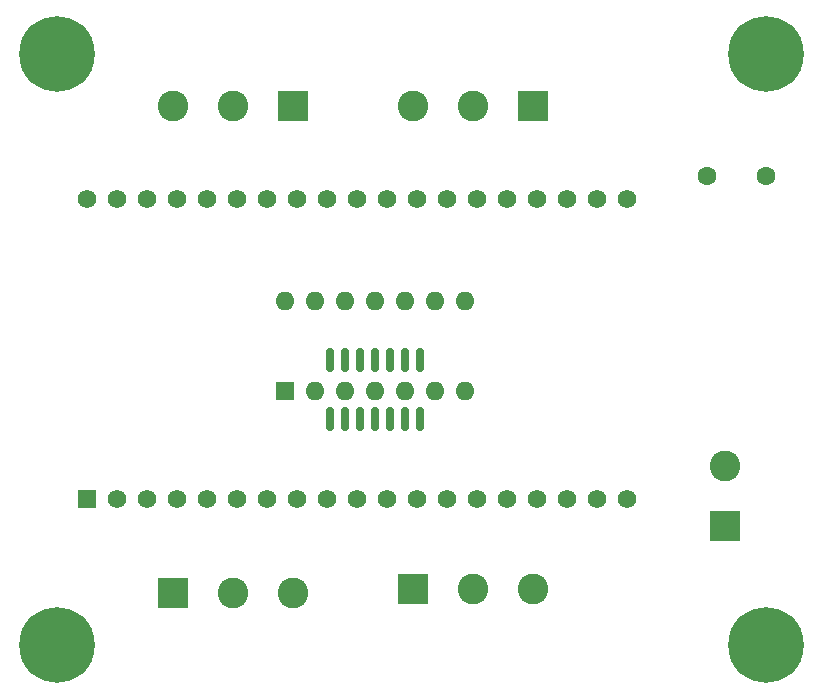
<source format=gbr>
%TF.GenerationSoftware,KiCad,Pcbnew,(6.0.0)*%
%TF.CreationDate,2022-09-21T16:06:09+02:00*%
%TF.ProjectId,ESP32_Wled_hub,45535033-325f-4576-9c65-645f6875622e,rev?*%
%TF.SameCoordinates,Original*%
%TF.FileFunction,Soldermask,Top*%
%TF.FilePolarity,Negative*%
%FSLAX46Y46*%
G04 Gerber Fmt 4.6, Leading zero omitted, Abs format (unit mm)*
G04 Created by KiCad (PCBNEW (6.0.0)) date 2022-09-21 16:06:09*
%MOMM*%
%LPD*%
G01*
G04 APERTURE LIST*
G04 Aperture macros list*
%AMRoundRect*
0 Rectangle with rounded corners*
0 $1 Rounding radius*
0 $2 $3 $4 $5 $6 $7 $8 $9 X,Y pos of 4 corners*
0 Add a 4 corners polygon primitive as box body*
4,1,4,$2,$3,$4,$5,$6,$7,$8,$9,$2,$3,0*
0 Add four circle primitives for the rounded corners*
1,1,$1+$1,$2,$3*
1,1,$1+$1,$4,$5*
1,1,$1+$1,$6,$7*
1,1,$1+$1,$8,$9*
0 Add four rect primitives between the rounded corners*
20,1,$1+$1,$2,$3,$4,$5,0*
20,1,$1+$1,$4,$5,$6,$7,0*
20,1,$1+$1,$6,$7,$8,$9,0*
20,1,$1+$1,$8,$9,$2,$3,0*%
G04 Aperture macros list end*
%ADD10R,2.600000X2.600000*%
%ADD11C,2.600000*%
%ADD12C,6.400000*%
%ADD13C,0.800000*%
%ADD14R,1.560000X1.560000*%
%ADD15C,1.560000*%
%ADD16C,1.600000*%
%ADD17RoundRect,0.150000X0.150000X-0.825000X0.150000X0.825000X-0.150000X0.825000X-0.150000X-0.825000X0*%
%ADD18R,1.600000X1.600000*%
%ADD19O,1.600000X1.600000*%
G04 APERTURE END LIST*
D10*
%TO.C,J5*%
X104145000Y-42875000D03*
D11*
X99065000Y-42875000D03*
X93985000Y-42875000D03*
%TD*%
D12*
%TO.C,H4*%
X63860000Y-88500000D03*
D13*
X65557056Y-90197056D03*
X63860000Y-86100000D03*
X62162944Y-90197056D03*
X63860000Y-90900000D03*
X62162944Y-86802944D03*
X66260000Y-88500000D03*
X61460000Y-88500000D03*
X65557056Y-86802944D03*
%TD*%
D14*
%TO.C,U2*%
X66350000Y-76200000D03*
D15*
X68890000Y-76200000D03*
X71430000Y-76200000D03*
X73970000Y-76200000D03*
X76510000Y-76200000D03*
X79050000Y-76200000D03*
X81590000Y-76200000D03*
X84130000Y-76200000D03*
X86670000Y-76200000D03*
X89210000Y-76200000D03*
X91750000Y-76200000D03*
X94290000Y-76200000D03*
X96830000Y-76200000D03*
X99370000Y-76200000D03*
X101910000Y-76200000D03*
X104450000Y-76200000D03*
X106990000Y-76200000D03*
X109530000Y-76200000D03*
X112070000Y-76200000D03*
X66350000Y-50800000D03*
X68890000Y-50800000D03*
X71430000Y-50800000D03*
X73970000Y-50800000D03*
X76510000Y-50800000D03*
X79050000Y-50800000D03*
X81590000Y-50800000D03*
X84130000Y-50800000D03*
X86670000Y-50800000D03*
X89210000Y-50800000D03*
X91750000Y-50800000D03*
X94290000Y-50800000D03*
X96830000Y-50800000D03*
X99370000Y-50800000D03*
X101910000Y-50800000D03*
X104450000Y-50800000D03*
X106990000Y-50800000D03*
X109530000Y-50800000D03*
X112070000Y-50800000D03*
%TD*%
D13*
%TO.C,H3*%
X125557056Y-86802944D03*
X123860000Y-90900000D03*
X121460000Y-88500000D03*
X122162944Y-90197056D03*
X123860000Y-86100000D03*
D12*
X123860000Y-88500000D03*
D13*
X122162944Y-86802944D03*
X126260000Y-88500000D03*
X125557056Y-90197056D03*
%TD*%
D10*
%TO.C,J6*%
X93980000Y-83820000D03*
D11*
X99060000Y-83820000D03*
X104140000Y-83820000D03*
%TD*%
D10*
%TO.C,J4*%
X73655000Y-84125000D03*
D11*
X78735000Y-84125000D03*
X83815000Y-84125000D03*
%TD*%
D13*
%TO.C,H1*%
X65557056Y-40197056D03*
X65557056Y-36802944D03*
D12*
X63860000Y-38500000D03*
D13*
X61460000Y-38500000D03*
X63860000Y-36100000D03*
X62162944Y-36802944D03*
X66260000Y-38500000D03*
X63860000Y-40900000D03*
X62162944Y-40197056D03*
%TD*%
%TO.C,H2*%
X126260000Y-38500000D03*
X121460000Y-38500000D03*
X125557056Y-36802944D03*
X125557056Y-40197056D03*
D12*
X123860000Y-38500000D03*
D13*
X122162944Y-36802944D03*
X122162944Y-40197056D03*
X123860000Y-36100000D03*
X123860000Y-40900000D03*
%TD*%
D16*
%TO.C,C1*%
X118860000Y-48800000D03*
X123860000Y-48800000D03*
%TD*%
D10*
%TO.C,J1*%
X120360000Y-78500000D03*
D11*
X120360000Y-73420000D03*
%TD*%
D17*
%TO.C,U1*%
X86950000Y-69375000D03*
D18*
X83135000Y-67000000D03*
D19*
X85675000Y-67000000D03*
D17*
X88220000Y-69375000D03*
D19*
X88215000Y-67000000D03*
D17*
X89490000Y-69375000D03*
D19*
X90755000Y-67000000D03*
D17*
X90760000Y-69375000D03*
D19*
X93295000Y-67000000D03*
D17*
X92030000Y-69375000D03*
D19*
X95835000Y-67000000D03*
D17*
X93300000Y-69375000D03*
D19*
X98375000Y-67000000D03*
D17*
X94570000Y-69375000D03*
X94570000Y-64425000D03*
D19*
X98375000Y-59380000D03*
X95835000Y-59380000D03*
D17*
X93300000Y-64425000D03*
X92030000Y-64425000D03*
D19*
X93295000Y-59380000D03*
X90755000Y-59380000D03*
D17*
X90760000Y-64425000D03*
X89490000Y-64425000D03*
D19*
X88215000Y-59380000D03*
D17*
X88220000Y-64425000D03*
D19*
X85675000Y-59380000D03*
D17*
X86950000Y-64425000D03*
D19*
X83135000Y-59380000D03*
%TD*%
D10*
%TO.C,J7*%
X83825000Y-42875000D03*
D11*
X78745000Y-42875000D03*
X73665000Y-42875000D03*
%TD*%
M02*

</source>
